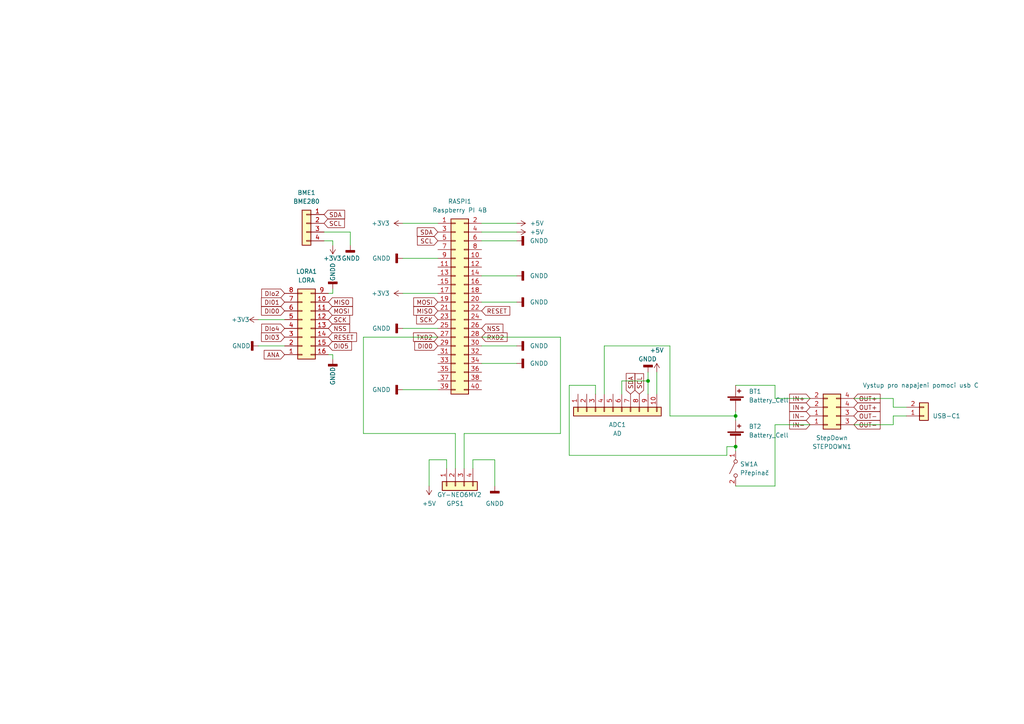
<source format=kicad_sch>
(kicad_sch (version 20211123) (generator eeschema)
  (paper "A4")
  (lib_symbols
    (symbol "Connector_Generic:Conn_01x02" (pin_names (offset 1.016) hide)
      (property "Reference" "J" (at 0 2.54 0))
      (property "Value" "Conn_01x02" (at 0 -5.08 0))
      (symbol "Conn_01x02_1_1"
        (rectangle (start -1.27 -2.413) (end 0 -2.667) (stroke (width 0.1524)))
        (rectangle (start -1.27 0.127) (end 0 -0.127) (stroke (width 0.1524)))
        (rectangle (start -1.27 1.27) (end 1.27 -3.81) (stroke (width 0.254)) (fill (type background)))
        (pin passive line (at -5.08 0 0) (length 3.81) (name "Pin_1") (number "1"))
        (pin passive line (at -5.08 -2.54 0) (length 3.81) (name "Pin_2") (number "2"))
      )
    )
    (symbol "Connector_Generic:Conn_01x04" (pin_names (offset 1.016) hide)
      (property "Reference" "J" (at 0 5.08 0))
      (property "Value" "Conn_01x04" (at 0 -7.62 0))
      (symbol "Conn_01x04_1_1"
        (rectangle (start -1.27 -4.953) (end 0 -5.207) (stroke (width 0.1524)))
        (rectangle (start -1.27 -2.413) (end 0 -2.667) (stroke (width 0.1524)))
        (rectangle (start -1.27 0.127) (end 0 -0.127) (stroke (width 0.1524)))
        (rectangle (start -1.27 2.667) (end 0 2.413) (stroke (width 0.1524)))
        (rectangle (start -1.27 3.81) (end 1.27 -6.35) (stroke (width 0.254)) (fill (type background)))
        (pin passive line (at -5.08 2.54 0) (length 3.81) (name "Pin_1") (number "1"))
        (pin passive line (at -5.08 0 0) (length 3.81) (name "Pin_2") (number "2"))
        (pin passive line (at -5.08 -2.54 0) (length 3.81) (name "Pin_3") (number "3"))
        (pin passive line (at -5.08 -5.08 0) (length 3.81) (name "Pin_4") (number "4"))
      )
    )
    (symbol "Connector_Generic:Conn_01x10" (pin_names (offset 1.016) hide)
      (property "Reference" "J" (at 0 12.7 0))
      (property "Value" "Conn_01x10" (at 0 -15.24 0))
      (symbol "Conn_01x10_1_1"
        (rectangle (start -1.27 -12.573) (end 0 -12.827) (stroke (width 0.1524)))
        (rectangle (start -1.27 -10.033) (end 0 -10.287) (stroke (width 0.1524)))
        (rectangle (start -1.27 -7.493) (end 0 -7.747) (stroke (width 0.1524)))
        (rectangle (start -1.27 -4.953) (end 0 -5.207) (stroke (width 0.1524)))
        (rectangle (start -1.27 -2.413) (end 0 -2.667) (stroke (width 0.1524)))
        (rectangle (start -1.27 0.127) (end 0 -0.127) (stroke (width 0.1524)))
        (rectangle (start -1.27 2.667) (end 0 2.413) (stroke (width 0.1524)))
        (rectangle (start -1.27 5.207) (end 0 4.953) (stroke (width 0.1524)))
        (rectangle (start -1.27 7.747) (end 0 7.493) (stroke (width 0.1524)))
        (rectangle (start -1.27 10.287) (end 0 10.033) (stroke (width 0.1524)))
        (rectangle (start -1.27 11.43) (end 1.27 -13.97) (stroke (width 0.254)) (fill (type background)))
        (pin passive line (at -5.08 10.16 0) (length 3.81) (name "Pin_1") (number "1"))
        (pin passive line (at -5.08 -12.7 0) (length 3.81) (name "Pin_10") (number "10"))
        (pin passive line (at -5.08 7.62 0) (length 3.81) (name "Pin_2") (number "2"))
        (pin passive line (at -5.08 5.08 0) (length 3.81) (name "Pin_3") (number "3"))
        (pin passive line (at -5.08 2.54 0) (length 3.81) (name "Pin_4") (number "4"))
        (pin passive line (at -5.08 0 0) (length 3.81) (name "Pin_5") (number "5"))
        (pin passive line (at -5.08 -2.54 0) (length 3.81) (name "Pin_6") (number "6"))
        (pin passive line (at -5.08 -5.08 0) (length 3.81) (name "Pin_7") (number "7"))
        (pin passive line (at -5.08 -7.62 0) (length 3.81) (name "Pin_8") (number "8"))
        (pin passive line (at -5.08 -10.16 0) (length 3.81) (name "Pin_9") (number "9"))
      )
    )
    (symbol "Connector_Generic:Conn_02x04_Odd_Even" (pin_names (offset 1.016) hide)
      (property "Reference" "J?" (at 1.27 8.89 0))
      (property "Value" "StepDown" (at 1.27 6.35 0))
      (symbol "Conn_02x04_Odd_Even_1_1"
        (rectangle (start -1.27 -4.953) (end 0 -5.207) (stroke (width 0.1524)))
        (rectangle (start -1.27 -2.413) (end 0 -2.667) (stroke (width 0.1524)))
        (rectangle (start -1.27 0.127) (end 0 -0.127) (stroke (width 0.1524)))
        (rectangle (start -1.27 2.667) (end 0 2.413) (stroke (width 0.1524)))
        (rectangle (start -1.27 3.81) (end 3.81 -6.35) (stroke (width 0.254)) (fill (type background)))
        (rectangle (start 3.81 -4.953) (end 2.54 -5.207) (stroke (width 0.1524)))
        (rectangle (start 3.81 -2.413) (end 2.54 -2.667) (stroke (width 0.1524)))
        (rectangle (start 3.81 0.127) (end 2.54 -0.127) (stroke (width 0.1524)))
        (rectangle (start 3.81 2.667) (end 2.54 2.413) (stroke (width 0.1524)))
        (pin passive line (at -5.08 2.54 0) (length 3.81) (name "Pin_1") (number "1"))
        (pin passive line (at -5.08 0 0) (length 3.81) (name "Pin_3") (number "1"))
        (pin passive line (at -5.08 -2.54 0) (length 3.81) (name "Pin_5") (number "2"))
        (pin passive line (at -5.08 -5.08 0) (length 3.81) (name "Pin_7") (number "2"))
        (pin passive line (at 7.62 2.54 180) (length 3.81) (name "Pin_2") (number "3"))
        (pin passive line (at 7.62 0 180) (length 3.81) (name "Pin_4") (number "3"))
        (pin passive line (at 7.62 -2.54 180) (length 3.81) (name "Pin_6") (number "4"))
        (pin passive line (at 7.62 -5.08 180) (length 3.81) (name "Pin_8") (number "4"))
      )
    )
    (symbol "Connector_Generic:Conn_02x08_Counter_Clockwise" (pin_names (offset 1.016) hide)
      (property "Reference" "J" (at 1.27 10.16 0))
      (property "Value" "Conn_02x08_Counter_Clockwise" (at 1.27 -12.7 0))
      (symbol "Conn_02x08_Counter_Clockwise_1_1"
        (rectangle (start -1.27 -10.033) (end 0 -10.287) (stroke (width 0.1524)))
        (rectangle (start -1.27 -7.493) (end 0 -7.747) (stroke (width 0.1524)))
        (rectangle (start -1.27 -4.953) (end 0 -5.207) (stroke (width 0.1524)))
        (rectangle (start -1.27 -2.413) (end 0 -2.667) (stroke (width 0.1524)))
        (rectangle (start -1.27 0.127) (end 0 -0.127) (stroke (width 0.1524)))
        (rectangle (start -1.27 2.667) (end 0 2.413) (stroke (width 0.1524)))
        (rectangle (start -1.27 5.207) (end 0 4.953) (stroke (width 0.1524)))
        (rectangle (start -1.27 7.747) (end 0 7.493) (stroke (width 0.1524)))
        (rectangle (start -1.27 8.89) (end 3.81 -11.43) (stroke (width 0.254)) (fill (type background)))
        (rectangle (start 3.81 -10.033) (end 2.54 -10.287) (stroke (width 0.1524)))
        (rectangle (start 3.81 -7.493) (end 2.54 -7.747) (stroke (width 0.1524)))
        (rectangle (start 3.81 -4.953) (end 2.54 -5.207) (stroke (width 0.1524)))
        (rectangle (start 3.81 -2.413) (end 2.54 -2.667) (stroke (width 0.1524)))
        (rectangle (start 3.81 0.127) (end 2.54 -0.127) (stroke (width 0.1524)))
        (rectangle (start 3.81 2.667) (end 2.54 2.413) (stroke (width 0.1524)))
        (rectangle (start 3.81 5.207) (end 2.54 4.953) (stroke (width 0.1524)))
        (rectangle (start 3.81 7.747) (end 2.54 7.493) (stroke (width 0.1524)))
        (pin passive line (at -5.08 7.62 0) (length 3.81) (name "Pin_1") (number "1"))
        (pin passive line (at 7.62 -7.62 180) (length 3.81) (name "Pin_10") (number "10"))
        (pin passive line (at 7.62 -5.08 180) (length 3.81) (name "Pin_11") (number "11"))
        (pin passive line (at 7.62 -2.54 180) (length 3.81) (name "Pin_12") (number "12"))
        (pin passive line (at 7.62 0 180) (length 3.81) (name "Pin_13") (number "13"))
        (pin passive line (at 7.62 2.54 180) (length 3.81) (name "Pin_14") (number "14"))
        (pin passive line (at 7.62 5.08 180) (length 3.81) (name "Pin_15") (number "15"))
        (pin passive line (at 7.62 7.62 180) (length 3.81) (name "Pin_16") (number "16"))
        (pin passive line (at -5.08 5.08 0) (length 3.81) (name "Pin_2") (number "2"))
        (pin passive line (at -5.08 2.54 0) (length 3.81) (name "Pin_3") (number "3"))
        (pin passive line (at -5.08 0 0) (length 3.81) (name "Pin_4") (number "4"))
        (pin passive line (at -5.08 -2.54 0) (length 3.81) (name "Pin_5") (number "5"))
        (pin passive line (at -5.08 -5.08 0) (length 3.81) (name "Pin_6") (number "6"))
        (pin passive line (at -5.08 -7.62 0) (length 3.81) (name "Pin_7") (number "7"))
        (pin passive line (at -5.08 -10.16 0) (length 3.81) (name "Pin_8") (number "8"))
        (pin passive line (at 7.62 -10.16 180) (length 3.81) (name "Pin_9") (number "9"))
      )
    )
    (symbol "Connector_Generic:Conn_02x20_Odd_Even" (pin_names (offset 1.016) hide)
      (property "Reference" "J" (at 1.27 25.4 0))
      (property "Value" "Conn_02x20_Odd_Even" (at 1.27 -27.94 0))
      (symbol "Conn_02x20_Odd_Even_1_1"
        (rectangle (start -1.27 -25.273) (end 0 -25.527) (stroke (width 0.1524)))
        (rectangle (start -1.27 -22.733) (end 0 -22.987) (stroke (width 0.1524)))
        (rectangle (start -1.27 -20.193) (end 0 -20.447) (stroke (width 0.1524)))
        (rectangle (start -1.27 -17.653) (end 0 -17.907) (stroke (width 0.1524)))
        (rectangle (start -1.27 -15.113) (end 0 -15.367) (stroke (width 0.1524)))
        (rectangle (start -1.27 -12.573) (end 0 -12.827) (stroke (width 0.1524)))
        (rectangle (start -1.27 -10.033) (end 0 -10.287) (stroke (width 0.1524)))
        (rectangle (start -1.27 -7.493) (end 0 -7.747) (stroke (width 0.1524)))
        (rectangle (start -1.27 -4.953) (end 0 -5.207) (stroke (width 0.1524)))
        (rectangle (start -1.27 -2.413) (end 0 -2.667) (stroke (width 0.1524)))
        (rectangle (start -1.27 0.127) (end 0 -0.127) (stroke (width 0.1524)))
        (rectangle (start -1.27 2.667) (end 0 2.413) (stroke (width 0.1524)))
        (rectangle (start -1.27 5.207) (end 0 4.953) (stroke (width 0.1524)))
        (rectangle (start -1.27 7.747) (end 0 7.493) (stroke (width 0.1524)))
        (rectangle (start -1.27 10.287) (end 0 10.033) (stroke (width 0.1524)))
        (rectangle (start -1.27 12.827) (end 0 12.573) (stroke (width 0.1524)))
        (rectangle (start -1.27 15.367) (end 0 15.113) (stroke (width 0.1524)))
        (rectangle (start -1.27 17.907) (end 0 17.653) (stroke (width 0.1524)))
        (rectangle (start -1.27 20.447) (end 0 20.193) (stroke (width 0.1524)))
        (rectangle (start -1.27 22.987) (end 0 22.733) (stroke (width 0.1524)))
        (rectangle (start -1.27 24.13) (end 3.81 -26.67) (stroke (width 0.254)) (fill (type background)))
        (rectangle (start 3.81 -25.273) (end 2.54 -25.527) (stroke (width 0.1524)))
        (rectangle (start 3.81 -22.733) (end 2.54 -22.987) (stroke (width 0.1524)))
        (rectangle (start 3.81 -20.193) (end 2.54 -20.447) (stroke (width 0.1524)))
        (rectangle (start 3.81 -17.653) (end 2.54 -17.907) (stroke (width 0.1524)))
        (rectangle (start 3.81 -15.113) (end 2.54 -15.367) (stroke (width 0.1524)))
        (rectangle (start 3.81 -12.573) (end 2.54 -12.827) (stroke (width 0.1524)))
        (rectangle (start 3.81 -10.033) (end 2.54 -10.287) (stroke (width 0.1524)))
        (rectangle (start 3.81 -7.493) (end 2.54 -7.747) (stroke (width 0.1524)))
        (rectangle (start 3.81 -4.953) (end 2.54 -5.207) (stroke (width 0.1524)))
        (rectangle (start 3.81 -2.413) (end 2.54 -2.667) (stroke (width 0.1524)))
        (rectangle (start 3.81 0.127) (end 2.54 -0.127) (stroke (width 0.1524)))
        (rectangle (start 3.81 2.667) (end 2.54 2.413) (stroke (width 0.1524)))
        (rectangle (start 3.81 5.207) (end 2.54 4.953) (stroke (width 0.1524)))
        (rectangle (start 3.81 7.747) (end 2.54 7.493) (stroke (width 0.1524)))
        (rectangle (start 3.81 10.287) (end 2.54 10.033) (stroke (width 0.1524)))
        (rectangle (start 3.81 12.827) (end 2.54 12.573) (stroke (width 0.1524)))
        (rectangle (start 3.81 15.367) (end 2.54 15.113) (stroke (width 0.1524)))
        (rectangle (start 3.81 17.907) (end 2.54 17.653) (stroke (width 0.1524)))
        (rectangle (start 3.81 20.447) (end 2.54 20.193) (stroke (width 0.1524)))
        (rectangle (start 3.81 22.987) (end 2.54 22.733) (stroke (width 0.1524)))
        (pin passive line (at -5.08 22.86 0) (length 3.81) (name "Pin_1") (number "1"))
        (pin passive line (at 7.62 12.7 180) (length 3.81) (name "Pin_10") (number "10"))
        (pin passive line (at -5.08 10.16 0) (length 3.81) (name "Pin_11") (number "11"))
        (pin passive line (at 7.62 10.16 180) (length 3.81) (name "Pin_12") (number "12"))
        (pin passive line (at -5.08 7.62 0) (length 3.81) (name "Pin_13") (number "13"))
        (pin passive line (at 7.62 7.62 180) (length 3.81) (name "Pin_14") (number "14"))
        (pin passive line (at -5.08 5.08 0) (length 3.81) (name "Pin_15") (number "15"))
        (pin passive line (at 7.62 5.08 180) (length 3.81) (name "Pin_16") (number "16"))
        (pin passive line (at -5.08 2.54 0) (length 3.81) (name "Pin_17") (number "17"))
        (pin passive line (at 7.62 2.54 180) (length 3.81) (name "Pin_18") (number "18"))
        (pin passive line (at -5.08 0 0) (length 3.81) (name "Pin_19") (number "19"))
        (pin passive line (at 7.62 22.86 180) (length 3.81) (name "Pin_2") (number "2"))
        (pin passive line (at 7.62 0 180) (length 3.81) (name "Pin_20") (number "20"))
        (pin passive line (at -5.08 -2.54 0) (length 3.81) (name "Pin_21") (number "21"))
        (pin passive line (at 7.62 -2.54 180) (length 3.81) (name "Pin_22") (number "22"))
        (pin passive line (at -5.08 -5.08 0) (length 3.81) (name "Pin_23") (number "23"))
        (pin passive line (at 7.62 -5.08 180) (length 3.81) (name "Pin_24") (number "24"))
        (pin passive line (at -5.08 -7.62 0) (length 3.81) (name "Pin_25") (number "25"))
        (pin passive line (at 7.62 -7.62 180) (length 3.81) (name "Pin_26") (number "26"))
        (pin passive line (at -5.08 -10.16 0) (length 3.81) (name "Pin_27") (number "27"))
        (pin passive line (at 7.62 -10.16 180) (length 3.81) (name "Pin_28") (number "28"))
        (pin passive line (at -5.08 -12.7 0) (length 3.81) (name "Pin_29") (number "29"))
        (pin passive line (at -5.08 20.32 0) (length 3.81) (name "Pin_3") (number "3"))
        (pin passive line (at 7.62 -12.7 180) (length 3.81) (name "Pin_30") (number "30"))
        (pin passive line (at -5.08 -15.24 0) (length 3.81) (name "Pin_31") (number "31"))
        (pin passive line (at 7.62 -15.24 180) (length 3.81) (name "Pin_32") (number "32"))
        (pin passive line (at -5.08 -17.78 0) (length 3.81) (name "Pin_33") (number "33"))
        (pin passive line (at 7.62 -17.78 180) (length 3.81) (name "Pin_34") (number "34"))
        (pin passive line (at -5.08 -20.32 0) (length 3.81) (name "Pin_35") (number "35"))
        (pin passive line (at 7.62 -20.32 180) (length 3.81) (name "Pin_36") (number "36"))
        (pin passive line (at -5.08 -22.86 0) (length 3.81) (name "Pin_37") (number "37"))
        (pin passive line (at 7.62 -22.86 180) (length 3.81) (name "Pin_38") (number "38"))
        (pin passive line (at -5.08 -25.4 0) (length 3.81) (name "Pin_39") (number "39"))
        (pin passive line (at 7.62 20.32 180) (length 3.81) (name "Pin_4") (number "4"))
        (pin passive line (at 7.62 -25.4 180) (length 3.81) (name "Pin_40") (number "40"))
        (pin passive line (at -5.08 17.78 0) (length 3.81) (name "Pin_5") (number "5"))
        (pin passive line (at 7.62 17.78 180) (length 3.81) (name "Pin_6") (number "6"))
        (pin passive line (at -5.08 15.24 0) (length 3.81) (name "Pin_7") (number "7"))
        (pin passive line (at 7.62 15.24 180) (length 3.81) (name "Pin_8") (number "8"))
        (pin passive line (at -5.08 12.7 0) (length 3.81) (name "Pin_9") (number "9"))
      )
    )
    (symbol "Device:Battery_Cell" (pin_numbers hide) (pin_names (offset 0) hide)
      (property "Reference" "BT" (at 2.54 2.54 0))
      (property "Value" "Battery_Cell" (at 2.54 0 0))
      (symbol "Battery_Cell_0_1"
        (rectangle (start -2.286 1.778) (end 2.286 1.524) (fill (type outline)))
        (rectangle (start -1.5748 1.1938) (end 1.4732 0.6858) (fill (type outline)))
        (polyline (pts (xy 0 0.762) (xy 0 0)))
        (polyline (pts (xy 0 1.778) (xy 0 2.54)))
        (polyline (pts (xy 0.508 3.429) (xy 1.524 3.429)) (stroke (width 0.254)))
        (polyline (pts (xy 1.016 3.937) (xy 1.016 2.921)) (stroke (width 0.254)))
      )
      (symbol "Battery_Cell_1_1"
        (pin passive line (at 0 5.08 270) (length 2.54) (name "+") (number "1"))
        (pin passive line (at 0 -2.54 90) (length 2.54) (name "-") (number "2"))
      )
    )
    (symbol "Switch:SW_DPST_x2" (pin_names (offset 0) hide)
      (property "Reference" "SW" (at 0 3.175 0))
      (property "Value" "SW_DPST_x2" (at 0 -2.54 0))
      (symbol "SW_DPST_x2_0_0"
        (circle (center -2.032 0) (radius 0.508))
        (polyline (pts (xy -1.524 0.254) (xy 1.524 1.778)))
        (circle (center 2.032 0) (radius 0.508))
      )
      (symbol "SW_DPST_x2_1_1"
        (pin passive line (at -5.08 0 0) (length 2.54) (name "A") (number "1"))
        (pin passive line (at 5.08 0 180) (length 2.54) (name "B") (number "2"))
      )
      (symbol "SW_DPST_x2_2_1"
        (pin passive line (at -5.08 0 0) (length 2.54) (name "A") (number "3"))
        (pin passive line (at 5.08 0 180) (length 2.54) (name "B") (number "4"))
      )
    )
    (symbol "power:+3V3" (power) (pin_names (offset 0))
      (property "Value" "+3V3" (at 0 3.556 0))
      (symbol "+3V3_0_1"
        (polyline (pts (xy -0.762 1.27) (xy 0 2.54)))
        (polyline (pts (xy 0 0) (xy 0 2.54)))
        (polyline (pts (xy 0 2.54) (xy 0.762 1.27)))
      )
      (symbol "+3V3_1_1"
        (pin power_in line (at 0 0 90) (length 0) hide (name "+3V3") (number "1"))
      )
    )
    (symbol "power:+5V" (power) (pin_names (offset 0))
      (property "Value" "+5V" (at 0 3.556 0))
      (symbol "+5V_0_1"
        (polyline (pts (xy -0.762 1.27) (xy 0 2.54)))
        (polyline (pts (xy 0 0) (xy 0 2.54)))
        (polyline (pts (xy 0 2.54) (xy 0.762 1.27)))
      )
      (symbol "+5V_1_1"
        (pin power_in line (at 0 0 90) (length 0) hide (name "+5V") (number "1"))
      )
    )
    (symbol "power:GNDD" (power) (pin_names (offset 0))
      (property "Value" "GNDD" (at 0 -3.175 0))
      (symbol "GNDD_0_1"
        (rectangle (start -1.27 -1.524) (end 1.27 -2.032) (stroke (width 0.254)) (fill (type outline)))
        (polyline (pts (xy 0 0) (xy 0 -1.524)))
      )
      (symbol "GNDD_1_1"
        (pin power_in line (at 0 0 270) (length 0) hide (name "GNDD") (number "1"))
      )
    )
  )
  (junction (at 187.96 110.49))
  (junction (at 213.36 129.54))
  (junction (at 213.36 120.65))
  (wire (pts (xy 162.56 97.79) (xy 139.7 97.79)))
  (wire (pts (xy 213.36 120.65) (xy 213.36 121.92)))
  (wire (pts (xy 187.96 110.49) (xy 180.34 110.49)))
  (wire (pts (xy 139.7 64.77) (xy 149.86 64.77)))
  (wire (pts (xy 116.84 85.09) (xy 127 85.09)))
  (wire (pts (xy 105.41 97.79) (xy 127 97.79)))
  (wire (pts (xy 262.89 120.65) (xy 259.08 120.65)))
  (wire (pts (xy 162.56 125.73) (xy 162.56 97.79)))
  (wire (pts (xy 190.5 107.95) (xy 190.5 114.3)))
  (wire (pts (xy 74.93 92.71) (xy 82.55 92.71)))
  (wire (pts (xy 213.36 140.97) (xy 224.79 140.97)))
  (wire (pts (xy 165.1 111.76) (xy 165.1 132.08)))
  (wire (pts (xy 262.89 118.11) (xy 259.08 118.11)))
  (wire (pts (xy 96.52 71.12) (xy 96.52 69.85)))
  (wire (pts (xy 137.16 133.35) (xy 137.16 135.89)))
  (wire (pts (xy 74.93 100.33) (xy 82.55 100.33)))
  (wire (pts (xy 96.52 69.85) (xy 93.98 69.85)))
  (wire (pts (xy 213.36 111.76) (xy 224.79 111.76)))
  (wire (pts (xy 139.7 80.01) (xy 149.86 80.01)))
  (wire (pts (xy 224.79 115.57) (xy 234.95 115.57)))
  (wire (pts (xy 132.08 125.73) (xy 105.41 125.73)))
  (wire (pts (xy 116.84 74.93) (xy 127 74.93)))
  (wire (pts (xy 139.7 69.85) (xy 149.86 69.85)))
  (wire (pts (xy 134.62 135.89) (xy 134.62 125.73)))
  (wire (pts (xy 210.82 132.08) (xy 210.82 129.54)))
  (wire (pts (xy 259.08 123.19) (xy 247.65 123.19)))
  (wire (pts (xy 224.79 111.76) (xy 224.79 115.57)))
  (wire (pts (xy 105.41 125.73) (xy 105.41 97.79)))
  (wire (pts (xy 96.52 85.09) (xy 95.25 85.09)))
  (wire (pts (xy 259.08 118.11) (xy 259.08 115.57)))
  (wire (pts (xy 213.36 129.54) (xy 213.36 130.81)))
  (wire (pts (xy 134.62 125.73) (xy 162.56 125.73)))
  (wire (pts (xy 210.82 129.54) (xy 213.36 129.54)))
  (wire (pts (xy 175.26 100.33) (xy 175.26 114.3)))
  (wire (pts (xy 213.36 119.38) (xy 213.36 120.65)))
  (wire (pts (xy 129.54 135.89) (xy 129.54 133.35)))
  (wire (pts (xy 165.1 132.08) (xy 210.82 132.08)))
  (wire (pts (xy 194.31 100.33) (xy 175.26 100.33)))
  (wire (pts (xy 194.31 120.65) (xy 213.36 120.65)))
  (wire (pts (xy 187.96 107.95) (xy 187.96 110.49)))
  (wire (pts (xy 172.72 111.76) (xy 165.1 111.76)))
  (wire (pts (xy 132.08 135.89) (xy 132.08 125.73)))
  (wire (pts (xy 139.7 100.33) (xy 149.86 100.33)))
  (wire (pts (xy 95.25 102.87) (xy 96.52 102.87)))
  (wire (pts (xy 180.34 110.49) (xy 180.34 114.3)))
  (wire (pts (xy 101.6 67.31) (xy 101.6 71.12)))
  (wire (pts (xy 124.46 133.35) (xy 124.46 140.97)))
  (wire (pts (xy 139.7 87.63) (xy 149.86 87.63)))
  (wire (pts (xy 96.52 102.87) (xy 96.52 104.14)))
  (wire (pts (xy 259.08 120.65) (xy 259.08 123.19)))
  (wire (pts (xy 194.31 100.33) (xy 194.31 120.65)))
  (wire (pts (xy 224.79 123.19) (xy 234.95 123.19)))
  (wire (pts (xy 96.52 83.82) (xy 96.52 85.09)))
  (wire (pts (xy 143.51 133.35) (xy 143.51 140.97)))
  (wire (pts (xy 187.96 110.49) (xy 187.96 114.3)))
  (wire (pts (xy 224.79 123.19) (xy 224.79 140.97)))
  (wire (pts (xy 116.84 95.25) (xy 127 95.25)))
  (wire (pts (xy 137.16 133.35) (xy 143.51 133.35)))
  (wire (pts (xy 93.98 67.31) (xy 101.6 67.31)))
  (wire (pts (xy 116.84 113.03) (xy 127 113.03)))
  (wire (pts (xy 139.7 105.41) (xy 149.86 105.41)))
  (wire (pts (xy 116.84 64.77) (xy 127 64.77)))
  (wire (pts (xy 129.54 133.35) (xy 124.46 133.35)))
  (wire (pts (xy 247.65 115.57) (xy 259.08 115.57)))
  (wire (pts (xy 139.7 67.31) (xy 149.86 67.31)))
  (wire (pts (xy 172.72 114.3) (xy 172.72 111.76)))
  (global_label "SCK" (shape input) (at 95.25 92.71 0) (property "Intersheet References" "${INTERSHEET_REFS}" (effects hide)))
  (global_label "OUT+" (shape input) (at 247.65 115.57 0) (property "Intersheet References" "${INTERSHEET_REFS}" (effects hide)))
  (global_label "DI01" (shape input) (at 82.55 87.63 180) (property "Intersheet References" "${INTERSHEET_REFS}" (effects hide)))
  (global_label "SCL" (shape input) (at 185.42 114.3 90) (property "Intersheet References" "${INTERSHEET_REFS}" (effects hide)))
  (global_label "OUT-" (shape input) (at 247.65 123.19 0) (property "Intersheet References" "${INTERSHEET_REFS}" (effects hide)))
  (global_label "RESET" (shape input) (at 139.7 90.17 0) (property "Intersheet References" "${INTERSHEET_REFS}" (effects hide)))
  (global_label "DI03" (shape input) (at 82.55 97.79 180) (property "Intersheet References" "${INTERSHEET_REFS}" (effects hide)))
  (global_label "SDA" (shape input) (at 182.88 114.3 90) (property "Intersheet References" "${INTERSHEET_REFS}" (effects hide)))
  (global_label "DI05" (shape input) (at 95.25 100.33 0) (property "Intersheet References" "${INTERSHEET_REFS}" (effects hide)))
  (global_label "SDA" (shape input) (at 127 67.31 180) (property "Intersheet References" "${INTERSHEET_REFS}" (effects hide)))
  (global_label "DIo4" (shape input) (at 82.55 95.25 180) (property "Intersheet References" "${INTERSHEET_REFS}" (effects hide)))
  (global_label "DI00" (shape input) (at 127 100.33 180) (property "Intersheet References" "${INTERSHEET_REFS}" (effects hide)))
  (global_label "TXD2" (shape input) (at 127 97.79 180) (property "Intersheet References" "${INTERSHEET_REFS}" (effects hide)))
  (global_label "SCL" (shape input) (at 127 69.85 180) (property "Intersheet References" "${INTERSHEET_REFS}" (effects hide)))
  (global_label "OUT+" (shape input) (at 247.65 118.11 0) (property "Intersheet References" "${INTERSHEET_REFS}" (effects hide)))
  (global_label "ANA" (shape input) (at 82.55 102.87 180) (property "Intersheet References" "${INTERSHEET_REFS}" (effects hide)))
  (global_label "SCK" (shape input) (at 127 92.71 180) (property "Intersheet References" "${INTERSHEET_REFS}" (effects hide)))
  (global_label "DI00" (shape input) (at 82.55 90.17 180) (property "Intersheet References" "${INTERSHEET_REFS}" (effects hide)))
  (global_label "IN+" (shape input) (at 234.95 118.11 180) (property "Intersheet References" "${INTERSHEET_REFS}" (effects hide)))
  (global_label "IN-" (shape input) (at 234.95 120.65 180) (property "Intersheet References" "${INTERSHEET_REFS}" (effects hide)))
  (global_label "MISO" (shape input) (at 127 90.17 180) (property "Intersheet References" "${INTERSHEET_REFS}" (effects hide)))
  (global_label "SCL" (shape input) (at 93.98 64.77 0) (property "Intersheet References" "${INTERSHEET_REFS}" (effects hide)))
  (global_label "SDA" (shape input) (at 93.98 62.23 0) (property "Intersheet References" "${INTERSHEET_REFS}" (effects hide)))
  (global_label "MISO" (shape input) (at 95.25 87.63 0) (property "Intersheet References" "${INTERSHEET_REFS}" (effects hide)))
  (global_label "MOSI" (shape input) (at 95.25 90.17 0) (property "Intersheet References" "${INTERSHEET_REFS}" (effects hide)))
  (global_label "NSS" (shape input) (at 139.7 95.25 0) (property "Intersheet References" "${INTERSHEET_REFS}" (effects hide)))
  (global_label "RXD2" (shape input) (at 139.7 97.79 0) (property "Intersheet References" "${INTERSHEET_REFS}" (effects hide)))
  (global_label "OUT-" (shape input) (at 247.65 120.65 0) (property "Intersheet References" "${INTERSHEET_REFS}" (effects hide)))
  (global_label "NSS" (shape input) (at 95.25 95.25 0) (property "Intersheet References" "${INTERSHEET_REFS}" (effects hide)))
  (global_label "RESET" (shape input) (at 95.25 97.79 0) (property "Intersheet References" "${INTERSHEET_REFS}" (effects hide)))
  (global_label "MOSI" (shape input) (at 127 87.63 180) (property "Intersheet References" "${INTERSHEET_REFS}" (effects hide)))
  (global_label "IN-" (shape input) (at 234.95 123.19 180) (property "Intersheet References" "${INTERSHEET_REFS}" (effects hide)))
  (global_label "IN+" (shape input) (at 234.95 115.57 180) (property "Intersheet References" "${INTERSHEET_REFS}" (effects hide)))
  (global_label "DIo2" (shape input) (at 82.55 85.09 180) (property "Intersheet References" "${INTERSHEET_REFS}" (effects hide)))
  (symbol (lib_id "power:GNDD") (at 96.52 83.82 180) (unit 1)
    (property "Reference" "#PWR0120" (effects hide))
    (property "Value" "GNDD" (at 96.52 76.2 90) (effects (justify left)))
  )
  (symbol (lib_id "Connector_Generic:Conn_01x04") (at 132.08 140.97 90) (mirror x) (unit 1)
    (property "Reference" "GPS1" (at 134.62 146.05 90) (effects (justify left)))
    (property "Value" "GY-NEO6MV2" (at 139.7 143.51 90) (effects (justify left)))
    (property "Footprint" "Moje_LIB:GPS" (effects hide))
  )
  (symbol (lib_id "power:+5V") (at 149.86 64.77 270) (unit 1)
    (property "Reference" "#PWR0105" (effects hide))
    (property "Value" "+5V" (at 153.67 64.7699 90) (effects (justify left)))
  )
  (symbol (lib_id "power:GNDD") (at 187.96 107.95 180) (unit 1)
    (property "Reference" "#PWR0121" (effects hide))
    (property "Value" "GNDD" (at 190.5 104.14 0) (effects (justify left)))
  )
  (symbol (lib_id "power:GNDD") (at 149.86 69.85 90) (unit 1)
    (property "Reference" "#PWR0103" (effects hide))
    (property "Value" "GNDD" (at 153.67 69.8499 90) (effects (justify right)))
  )
  (symbol (lib_id "power:GNDD") (at 149.86 105.41 90) (unit 1)
    (property "Reference" "#PWR0107" (effects hide))
    (property "Value" "GNDD" (at 153.67 105.4099 90) (effects (justify right)))
  )
  (symbol (lib_id "power:GNDD") (at 116.84 113.03 270) (unit 1)
    (property "Reference" "#PWR0116" (effects hide))
    (property "Value" "GNDD" (at 107.95 113.03 90) (effects (justify left)))
  )
  (symbol (lib_id "power:GNDD") (at 149.86 87.63 90) (unit 1)
    (property "Reference" "#PWR0108" (effects hide))
    (property "Value" "GNDD" (at 153.67 87.6299 90) (effects (justify right)))
  )
  (symbol (lib_id "power:GNDD") (at 116.84 74.93 270) (unit 1)
    (property "Reference" "#PWR0112" (effects hide))
    (property "Value" "GNDD" (at 107.95 74.93 90) (effects (justify left)))
  )
  (symbol (lib_id "power:+5V") (at 149.86 67.31 270) (unit 1)
    (property "Reference" "#PWR0104" (effects hide))
    (property "Value" "+5V" (at 153.67 67.3099 90) (effects (justify left)))
  )
  (symbol (lib_id "Device:Battery_Cell") (at 213.36 127 0) (unit 1)
    (property "Reference" "BT2" (at 217.17 123.6979 0) (effects (justify left)))
    (property "Value" "Battery_Cell" (at 217.17 126.2379 0) (effects (justify left)))
    (property "Footprint" "Moje_LIB:Battery box" (effects hide))
  )
  (symbol (lib_id "power:GNDD") (at 149.86 80.01 90) (unit 1)
    (property "Reference" "#PWR0106" (effects hide))
    (property "Value" "GNDD" (at 153.67 80.0099 90) (effects (justify right)))
  )
  (symbol (lib_id "power:+5V") (at 124.46 140.97 180) (unit 1)
    (property "Reference" "#PWR0102" (effects hide))
    (property "Value" "+5V" (at 124.46 146.05 0))
  )
  (symbol (lib_id "power:+5V") (at 190.5 107.95 0) (unit 1)
    (property "Reference" "#PWR0122" (effects hide))
    (property "Value" "+5V" (at 190.5 101.6 0))
  )
  (symbol (lib_id "power:GNDD") (at 74.93 100.33 270) (unit 1)
    (property "Reference" "#PWR0117" (effects hide))
    (property "Value" "GNDD" (at 67.31 100.33 90) (effects (justify left)))
  )
  (symbol (lib_id "power:GNDD") (at 149.86 100.33 90) (unit 1)
    (property "Reference" "#PWR0109" (effects hide))
    (property "Value" "GNDD" (at 153.67 100.3299 90) (effects (justify right)))
  )
  (symbol (lib_id "power:GNDD") (at 96.52 104.14 0) (unit 1)
    (property "Reference" "#PWR0114" (effects hide))
    (property "Value" "GNDD" (at 96.52 111.76 90) (effects (justify left)))
  )
  (symbol (lib_id "power:+3V3") (at 116.84 64.77 90) (unit 1)
    (property "Reference" "#PWR0113" (effects hide))
    (property "Value" "+3V3" (at 113.03 64.7699 90) (effects (justify left)))
  )
  (symbol (lib_id "power:GNDD") (at 143.51 140.97 0) (unit 1)
    (property "Reference" "#PWR0101" (effects hide))
    (property "Value" "GNDD" (at 143.51 146.05 0))
  )
  (symbol (lib_id "Connector_Generic:Conn_01x10") (at 177.8 119.38 90) (mirror x) (unit 1)
    (property "Reference" "ADC1" (at 179.07 123.19 90))
    (property "Value" "AD" (at 179.07 125.73 90))
    (property "Footprint" "Moje_LIB:AD" (effects hide))
  )
  (symbol (lib_id "Connector_Generic:Conn_02x08_Counter_Clockwise") (at 87.63 95.25 0) (mirror x) (unit 1)
    (property "Reference" "LORA1" (at 88.9 78.74 0))
    (property "Value" "LORA" (at 88.9 81.28 0))
    (property "Footprint" "Moje_LIB:Lora deska" (effects hide))
  )
  (symbol (lib_id "Device:Battery_Cell") (at 213.36 116.84 0) (unit 1)
    (property "Reference" "BT1" (at 217.17 113.5379 0) (effects (justify left)))
    (property "Value" "Battery_Cell" (at 217.17 116.0779 0) (effects (justify left)))
    (property "Footprint" "Moje_LIB:Battery box" (effects hide))
  )
  (symbol (lib_id "Connector_Generic:Conn_01x02") (at 267.97 120.65 0) (mirror x) (unit 1)
    (property "Reference" "USB-C1" (at 270.51 120.6501 0) (effects (justify left)))
    (property "Value" "Vystup pro napajeni pomoci usb C" (at 250.19 111.76 0) (effects (justify left)))
    (property "Footprint" "Connector_JST:JST_XH_B2B-XH-A_1x02_P2.50mm_Vertical" (effects hide))
  )
  (symbol (lib_id "power:+3V3") (at 74.93 92.71 90) (unit 1)
    (property "Reference" "#PWR0118" (effects hide))
    (property "Value" "+3V3" (at 72.39 92.71 90) (effects (justify left)))
  )
  (symbol (lib_id "Switch:SW_DPST_x2") (at 213.36 135.89 90) (mirror x) (unit 1)
    (property "Reference" "SW1" (at 214.63 134.6199 90) (effects (justify right)))
    (property "Value" "Přepínač" (at 214.63 137.1599 90) (effects (justify right)))
    (property "Footprint" "Connector_JST:JST_XH_B2B-XH-A_1x02_P2.50mm_Vertical" (effects hide))
  )
  (symbol (lib_id "power:GNDD") (at 101.6 71.12 0) (unit 1)
    (property "Reference" "#PWR0110" (effects hide))
    (property "Value" "GNDD" (at 99.06 74.93 0) (effects (justify left)))
  )
  (symbol (lib_id "power:GNDD") (at 116.84 95.25 270) (unit 1)
    (property "Reference" "#PWR0115" (effects hide))
    (property "Value" "GNDD" (at 107.95 95.25 90) (effects (justify left)))
  )
  (symbol (lib_id "Connector_Generic:Conn_01x04") (at 88.9 64.77 0) (mirror y) (unit 1)
    (property "Reference" "BME1" (at 88.9 55.88 0))
    (property "Value" "BME280" (at 88.9 58.42 0))
    (property "Footprint" "Moje_LIB:BME280" (effects hide))
  )
  (symbol (lib_id "power:+3V3") (at 116.84 85.09 90) (unit 1)
    (property "Reference" "#PWR0119" (effects hide))
    (property "Value" "+3V3" (at 113.03 85.0899 90) (effects (justify left)))
  )
  (symbol (lib_id "Connector_Generic:Conn_02x20_Odd_Even") (at 132.08 87.63 0) (unit 1)
    (property "Reference" "RASPI1" (at 133.35 58.42 0))
    (property "Value" "Raspberry PI 4B" (at 133.35 60.96 0))
    (property "Footprint" "Moje_LIB:Raspberry pi 4B" (effects hide))
  )
  (symbol (lib_id "power:+3V3") (at 96.52 71.12 180) (unit 1)
    (property "Reference" "#PWR0111" (effects hide))
    (property "Value" "+3V3" (at 99.06 74.93 0) (effects (justify left)))
  )
  (symbol (lib_id "Connector_Generic:Conn_02x04_Odd_Even") (at 240.03 120.65 0) (mirror x) (unit 1)
    (property "Reference" "STEPDOWN1" (at 241.3 129.54 0))
    (property "Value" "StepDown" (at 241.3 127 0))
    (property "Footprint" "Moje_LIB:StepDown" (effects hide))
  )
)
</source>
